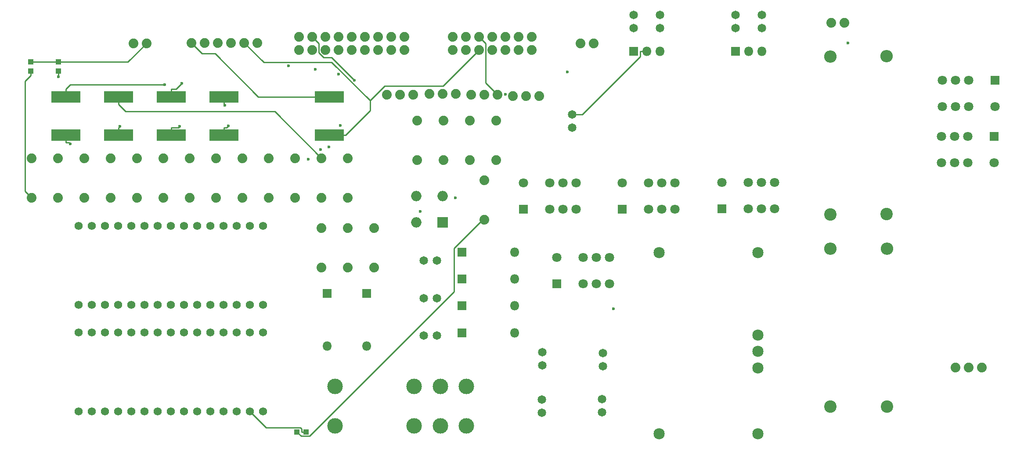
<source format=gbr>
G04 #@! TF.FileFunction,Copper,L1,Top,Signal*
%FSLAX46Y46*%
G04 Gerber Fmt 4.6, Leading zero omitted, Abs format (unit mm)*
G04 Created by KiCad (PCBNEW 4.0.6) date 03/02/20 07:40:08*
%MOMM*%
%LPD*%
G01*
G04 APERTURE LIST*
%ADD10C,0.100000*%
%ADD11C,1.651000*%
%ADD12R,1.800000X1.800000*%
%ADD13O,1.800000X1.800000*%
%ADD14R,0.998220X0.998220*%
%ADD15C,1.800000*%
%ADD16C,3.000000*%
%ADD17C,1.879600*%
%ADD18C,1.574800*%
%ADD19C,2.159000*%
%ADD20R,5.600000X2.300000*%
%ADD21C,2.400000*%
%ADD22O,2.400000X2.400000*%
%ADD23O,2.000000X2.000000*%
%ADD24R,2.000000X2.000000*%
%ADD25C,0.600000*%
%ADD26C,0.250000*%
G04 APERTURE END LIST*
D10*
D11*
X107955000Y-86847300D03*
X105415000Y-86847300D03*
X107955000Y-94086300D03*
X105415000Y-94086300D03*
X107955000Y-101325000D03*
X105415000Y-101325000D03*
X150940000Y-41973500D03*
X150940000Y-39433500D03*
X145860000Y-41973500D03*
X145860000Y-39433500D03*
X165481000Y-41973500D03*
X165481000Y-39433500D03*
X170561000Y-41973500D03*
X170561000Y-39433500D03*
D12*
X86741000Y-93154500D03*
D13*
X86741000Y-103314500D03*
D12*
X94361000Y-93154500D03*
D13*
X94361000Y-103314500D03*
D14*
X80937100Y-119913000D03*
X82689700Y-119913000D03*
D15*
X124587000Y-71882000D03*
X129667000Y-71882000D03*
X132207000Y-71882000D03*
X134747000Y-71882000D03*
X134747000Y-76962000D03*
X132207000Y-76962000D03*
X129667000Y-76962000D03*
D12*
X124587000Y-76962000D03*
D15*
X131064000Y-86233000D03*
X136144000Y-86233000D03*
X138684000Y-86233000D03*
X141224000Y-86233000D03*
X141224000Y-91313000D03*
X138684000Y-91313000D03*
X136144000Y-91313000D03*
D12*
X131064000Y-91313000D03*
D16*
X88248500Y-111125000D03*
X88248500Y-118745000D03*
X108568500Y-111125000D03*
X113568500Y-118745000D03*
X103568500Y-118745000D03*
X103568500Y-111125000D03*
X108568500Y-118745000D03*
X113568500Y-111125000D03*
D17*
X98298000Y-54800500D03*
X100838000Y-54800500D03*
X103378000Y-54800500D03*
X106490000Y-54673500D03*
X109030000Y-54673500D03*
X111570000Y-54673500D03*
X114554000Y-54800500D03*
X117094000Y-54800500D03*
X119634000Y-54800500D03*
X122618000Y-55054500D03*
X125158000Y-55054500D03*
X127698000Y-55054500D03*
X34861500Y-74706600D03*
X34861500Y-67086600D03*
X39941500Y-74706600D03*
X39941500Y-67086600D03*
X45021500Y-74706600D03*
X45021500Y-67086600D03*
X50101500Y-74706600D03*
X50101500Y-67086600D03*
X55181500Y-74706600D03*
X55181500Y-67086600D03*
X60261500Y-74706600D03*
X60261500Y-67086600D03*
X104140000Y-67437000D03*
X104140000Y-59817000D03*
X109220000Y-67437000D03*
X109220000Y-59817000D03*
X114300000Y-67437000D03*
X114300000Y-59817000D03*
X119380000Y-67437000D03*
X119380000Y-59817000D03*
X65341500Y-74706600D03*
X65341500Y-67086600D03*
X70421500Y-74706600D03*
X70421500Y-67086600D03*
X75501500Y-74706600D03*
X75501500Y-67086600D03*
X80581500Y-74706600D03*
X80581500Y-67086600D03*
X85661500Y-74706600D03*
X85661500Y-67086600D03*
X90741500Y-74706600D03*
X90741500Y-67086600D03*
X85661500Y-88201500D03*
X85661500Y-80581500D03*
X90741500Y-88201500D03*
X90741500Y-80581500D03*
X95821500Y-88201500D03*
X95821500Y-80581500D03*
X117069000Y-78943200D03*
X117069000Y-71323200D03*
D18*
X74422000Y-95377000D03*
X74422000Y-80137000D03*
X71882000Y-95377000D03*
X71882000Y-80137000D03*
X69342000Y-95377000D03*
X69342000Y-80137000D03*
X66802000Y-95377000D03*
X66802000Y-80137000D03*
X64262000Y-95377000D03*
X64262000Y-80137000D03*
X61722000Y-95377000D03*
X61722000Y-80137000D03*
X59182000Y-95377000D03*
X59182000Y-80137000D03*
X56642000Y-95377000D03*
X56642000Y-80137000D03*
X54102000Y-95377000D03*
X54102000Y-80137000D03*
X51562000Y-95377000D03*
X51562000Y-80137000D03*
X49022000Y-95377000D03*
X49022000Y-80137000D03*
X46482000Y-95377000D03*
X46482000Y-80137000D03*
X43942000Y-95377000D03*
X43942000Y-80137000D03*
X41402000Y-95377000D03*
X41402000Y-80137000D03*
X38862000Y-95377000D03*
X38862000Y-80137000D03*
X74422000Y-115951000D03*
X74422000Y-100711000D03*
X71882000Y-115951000D03*
X71882000Y-100711000D03*
X69342000Y-115951000D03*
X69342000Y-100711000D03*
X66802000Y-115951000D03*
X66802000Y-100711000D03*
X64262000Y-115951000D03*
X64262000Y-100711000D03*
X61722000Y-115951000D03*
X61722000Y-100711000D03*
X59182000Y-115951000D03*
X59182000Y-100711000D03*
X56642000Y-115951000D03*
X56642000Y-100711000D03*
X54102000Y-115951000D03*
X54102000Y-100711000D03*
X51562000Y-115951000D03*
X51562000Y-100711000D03*
X49022000Y-115951000D03*
X49022000Y-100711000D03*
X46482000Y-115951000D03*
X46482000Y-100711000D03*
X43942000Y-115951000D03*
X43942000Y-100711000D03*
X41402000Y-115951000D03*
X41402000Y-100711000D03*
X38862000Y-115951000D03*
X38862000Y-100711000D03*
D12*
X145860000Y-46482000D03*
D13*
X148400000Y-46482000D03*
X150940000Y-46482000D03*
D12*
X165481000Y-46482000D03*
D13*
X168021000Y-46482000D03*
X170561000Y-46482000D03*
D19*
X150749000Y-120269000D03*
X169799000Y-120269000D03*
X169799000Y-107569000D03*
X169799000Y-104394000D03*
X169799000Y-101219000D03*
X169799000Y-85344000D03*
X150749000Y-85344000D03*
D17*
X60642500Y-44831000D03*
X63182500Y-44831000D03*
X65722500Y-44831000D03*
X68262500Y-44831000D03*
X70802500Y-44831000D03*
X73342500Y-44831000D03*
D20*
X36385500Y-62628000D03*
X36385500Y-55228000D03*
X46545500Y-62628000D03*
X46545500Y-55228000D03*
X56705500Y-62628000D03*
X56705500Y-55228000D03*
X66865500Y-62628000D03*
X66865500Y-55228000D03*
X87185500Y-62628000D03*
X87185500Y-55228000D03*
D17*
X81343500Y-46164500D03*
X81343500Y-43624500D03*
X83883500Y-46164500D03*
X83883500Y-43624500D03*
X86423500Y-46164500D03*
X86423500Y-43624500D03*
X88963500Y-46164500D03*
X88963500Y-43624500D03*
X91503500Y-46164500D03*
X91503500Y-43624500D03*
X94043500Y-46164500D03*
X94043500Y-43624500D03*
X96583500Y-46164500D03*
X96583500Y-43624500D03*
X99123500Y-46164500D03*
X99123500Y-43624500D03*
X101663500Y-46164500D03*
X101663500Y-43624500D03*
X110998000Y-46164500D03*
X110998000Y-43624500D03*
X113538000Y-46164500D03*
X113538000Y-43624500D03*
X116078000Y-46164500D03*
X116078000Y-43624500D03*
X118618000Y-46164500D03*
X118618000Y-43624500D03*
X121158000Y-46164500D03*
X121158000Y-43624500D03*
X123698000Y-46164500D03*
X123698000Y-43624500D03*
X126238000Y-46164500D03*
X126238000Y-43624500D03*
D11*
X139776000Y-116103000D03*
X139776000Y-113563000D03*
X128270000Y-107061000D03*
X128270000Y-104521000D03*
X139929000Y-107239000D03*
X139929000Y-104699000D03*
X128143000Y-116230000D03*
X128143000Y-113690000D03*
X133985000Y-61214000D03*
X133985000Y-58674000D03*
D21*
X183832000Y-77914500D03*
D22*
X183832000Y-47434500D03*
D21*
X183832000Y-114998000D03*
D22*
X183832000Y-84518000D03*
D21*
X194628000Y-77851000D03*
D22*
X194628000Y-47371000D03*
D21*
X194691000Y-114998000D03*
D22*
X194691000Y-84518000D03*
D23*
X103955000Y-79481300D03*
X109035000Y-74401300D03*
X103955000Y-74401300D03*
D24*
X109035000Y-79481300D03*
D14*
X29591000Y-50279300D03*
X29591000Y-48526700D03*
D17*
X29781500Y-74706600D03*
X29781500Y-67086600D03*
D14*
X34988500Y-50279300D03*
X34988500Y-48526700D03*
D17*
X138176000Y-44894500D03*
X135636000Y-44894500D03*
X49403000Y-44894500D03*
X51943000Y-44894500D03*
D12*
X112740000Y-85191600D03*
D13*
X122900000Y-85191600D03*
D12*
X112740000Y-90388400D03*
D13*
X122900000Y-90388400D03*
D12*
X112740000Y-95585300D03*
D13*
X122900000Y-95585300D03*
D12*
X112740000Y-100782000D03*
D13*
X122900000Y-100782000D03*
D17*
X207889000Y-107483000D03*
X210429000Y-107483000D03*
X212969000Y-107483000D03*
X186538000Y-40970200D03*
X183998000Y-40970200D03*
D15*
X143637000Y-71882000D03*
X148717000Y-71882000D03*
X151257000Y-71882000D03*
X153797000Y-71882000D03*
X153797000Y-76962000D03*
X151257000Y-76962000D03*
X148717000Y-76962000D03*
D12*
X143637000Y-76962000D03*
D15*
X162865000Y-71755000D03*
X167945000Y-71755000D03*
X170485000Y-71755000D03*
X173025000Y-71755000D03*
X173025000Y-76835000D03*
X170485000Y-76835000D03*
X167945000Y-76835000D03*
D12*
X162865000Y-76835000D03*
D15*
X215519000Y-57150000D03*
X210439000Y-57150000D03*
X207899000Y-57150000D03*
X205359000Y-57150000D03*
X205359000Y-52070000D03*
X207899000Y-52070000D03*
X210439000Y-52070000D03*
D12*
X215519000Y-52070000D03*
D15*
X215392000Y-67945000D03*
X210312000Y-67945000D03*
X207772000Y-67945000D03*
X205232000Y-67945000D03*
X205232000Y-62865000D03*
X207772000Y-62865000D03*
X210312000Y-62865000D03*
D12*
X215392000Y-62865000D03*
D25*
X37202900Y-64309100D03*
X141958100Y-96194000D03*
X55446400Y-52874600D03*
X121140700Y-54735600D03*
X104735500Y-77397200D03*
X46774400Y-60952400D03*
X58357600Y-60975900D03*
X58706500Y-52676500D03*
X79299300Y-49225100D03*
X67707100Y-60817300D03*
X67062100Y-56887700D03*
X111519200Y-74716700D03*
X91977800Y-52036600D03*
X84465000Y-49910200D03*
X88946800Y-50821000D03*
X89264500Y-60738400D03*
X83120600Y-67323300D03*
X85501900Y-65447500D03*
X87100000Y-64891500D03*
X34988500Y-51332200D03*
X133074700Y-50466400D03*
X187173200Y-44806200D03*
D26*
X36385500Y-62628000D02*
X36385500Y-64103300D01*
X36997100Y-64103300D02*
X36385500Y-64103300D01*
X37202900Y-64309100D02*
X36997100Y-64103300D01*
X36385500Y-55228000D02*
X36385500Y-53752700D01*
X37263600Y-52874600D02*
X55446400Y-52874600D01*
X36385500Y-53752700D02*
X37263600Y-52874600D01*
X87185500Y-62628000D02*
X90310800Y-62628000D01*
X95031600Y-57907200D02*
X90310800Y-62628000D01*
X95031600Y-55974700D02*
X95031600Y-57907200D01*
X87647300Y-48590400D02*
X95031600Y-55974700D01*
X87647300Y-48590300D02*
X87647300Y-48590400D01*
X74561800Y-48590300D02*
X87647300Y-48590300D01*
X70802500Y-44831000D02*
X74561800Y-48590300D01*
X109106000Y-53136500D02*
X116078000Y-46164500D01*
X97869800Y-53136500D02*
X109106000Y-53136500D01*
X95031600Y-55974700D02*
X97869800Y-53136500D01*
X46545500Y-62628000D02*
X46545500Y-61152700D01*
X46574100Y-61152700D02*
X46545500Y-61152700D01*
X46774400Y-60952400D02*
X46574100Y-61152700D01*
X47922500Y-58080300D02*
X46545500Y-56703300D01*
X76655200Y-58080300D02*
X47922500Y-58080300D01*
X85661500Y-67086600D02*
X76655200Y-58080300D01*
X46545500Y-55228000D02*
X46545500Y-56703300D01*
X58180800Y-61152700D02*
X58357600Y-60975900D01*
X56705500Y-61152700D02*
X58180800Y-61152700D01*
X56705500Y-62628000D02*
X56705500Y-61152700D01*
X56705500Y-55228000D02*
X56705500Y-53752700D01*
X57630300Y-53752700D02*
X58706500Y-52676500D01*
X56705500Y-53752700D02*
X57630300Y-53752700D01*
X66865500Y-62628000D02*
X66865500Y-61152700D01*
X67371700Y-61152700D02*
X66865500Y-61152700D01*
X67707100Y-60817300D02*
X67371700Y-61152700D01*
X66877700Y-56703300D02*
X67062100Y-56887700D01*
X66865500Y-56703300D02*
X66877700Y-56703300D01*
X66865500Y-55228000D02*
X66865500Y-56703300D01*
X87598300Y-47657100D02*
X91977800Y-52036600D01*
X86119300Y-47657100D02*
X87598300Y-47657100D01*
X85153500Y-46691300D02*
X86119300Y-47657100D01*
X85153500Y-44894500D02*
X85153500Y-46691300D01*
X83883500Y-43624500D02*
X85153500Y-44894500D01*
X81761600Y-120737500D02*
X80937100Y-119913000D01*
X83353200Y-120737500D02*
X81761600Y-120737500D01*
X111196000Y-92894700D02*
X83353200Y-120737500D01*
X111196000Y-84470000D02*
X111196000Y-92894700D01*
X116722800Y-78943200D02*
X111196000Y-84470000D01*
X117069000Y-78943200D02*
X116722800Y-78943200D01*
X62669500Y-46858000D02*
X60642500Y-44831000D01*
X65140200Y-46858000D02*
X62669500Y-46858000D01*
X73510200Y-55228000D02*
X65140200Y-46858000D01*
X87185500Y-55228000D02*
X73510200Y-55228000D01*
X28514900Y-52179800D02*
X29591000Y-51103700D01*
X28514900Y-73440000D02*
X28514900Y-52179800D01*
X29781500Y-74706600D02*
X28514900Y-73440000D01*
X29591000Y-50279300D02*
X29591000Y-51103700D01*
X34988500Y-51332200D02*
X34988500Y-50279300D01*
X81865300Y-119372000D02*
X81865300Y-119913000D01*
X81581900Y-119088600D02*
X81865300Y-119372000D01*
X75019600Y-119088600D02*
X81581900Y-119088600D01*
X71882000Y-115951000D02*
X75019600Y-119088600D01*
X82689700Y-119913000D02*
X81865300Y-119913000D01*
X117348000Y-44894500D02*
X116078000Y-43624500D01*
X117348000Y-52514500D02*
X117348000Y-44894500D01*
X119634000Y-54800500D02*
X117348000Y-52514500D01*
X48310800Y-48526700D02*
X34988500Y-48526700D01*
X51943000Y-44894500D02*
X48310800Y-48526700D01*
X34988500Y-48526700D02*
X29591000Y-48526700D01*
X135978300Y-58674000D02*
X133985000Y-58674000D01*
X147174700Y-47477600D02*
X135978300Y-58674000D01*
X147174700Y-46482000D02*
X147174700Y-47477600D01*
X148400000Y-46482000D02*
X147174700Y-46482000D01*
M02*

</source>
